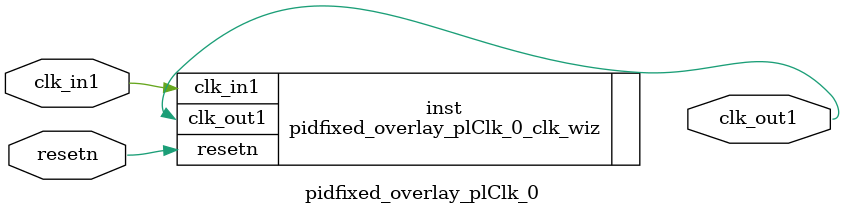
<source format=v>


`timescale 1ps/1ps

(* CORE_GENERATION_INFO = "pidfixed_overlay_plClk_0,clk_wiz_v5_4_3_0,{component_name=pidfixed_overlay_plClk_0,use_phase_alignment=true,use_min_o_jitter=false,use_max_i_jitter=false,use_dyn_phase_shift=false,use_inclk_switchover=false,use_dyn_reconfig=false,enable_axi=0,feedback_source=FDBK_AUTO,PRIMITIVE=MMCM,num_out_clk=1,clkin1_period=10.000,clkin2_period=10.000,use_power_down=false,use_reset=true,use_locked=false,use_inclk_stopped=false,feedback_type=SINGLE,CLOCK_MGR_TYPE=NA,manual_override=false}" *)

module pidfixed_overlay_plClk_0 
 (
  // Clock out ports
  output        clk_out1,
  // Status and control signals
  input         resetn,
 // Clock in ports
  input         clk_in1
 );

  pidfixed_overlay_plClk_0_clk_wiz inst
  (
  // Clock out ports  
  .clk_out1(clk_out1),
  // Status and control signals               
  .resetn(resetn), 
 // Clock in ports
  .clk_in1(clk_in1)
  );

endmodule

</source>
